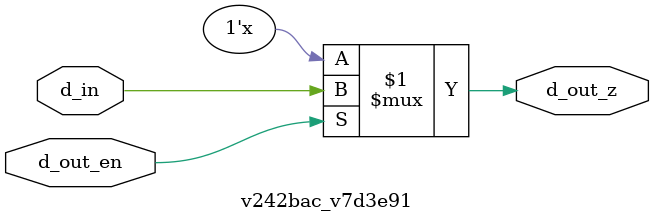
<source format=v>

`default_nettype none

module main (
 input v656efd,
 input v0a90cf,
 input v18f26f,
 input vff1459,
 input v53b257,
 input [7:0] v97fef0,
 input v625bd7,
 input v198630,
 output [5:0] v096ab9,
 output vcd2b88,
 output v9246f1,
 output vf70424,
 output v938565,
 output vc704f5,
 output va5c337,
 output [3:0] v696753,
 output v3a4a1f,
 output [3:0] v5c2da3,
 output [3:0] vc3486c,
 output v470815
);
 wire w0;
 wire w1;
 wire w2;
 wire [0:11] w3;
 wire w4;
 wire w5;
 wire w6;
 wire w7;
 wire w8;
 wire w9;
 wire w10;
 wire [0:5] w11;
 wire w12;
 wire w13;
 wire w14;
 wire w15;
 wire w16;
 wire w17;
 wire w18;
 wire [0:11] w19;
 wire w20;
 wire w21;
 wire [0:11] w22;
 wire w23;
 wire [0:11] w24;
 wire w25;
 wire w26;
 wire w27;
 wire w28;
 wire w29;
 wire w30;
 wire w31;
 wire [0:16] w32;
 wire [0:2] w33;
 wire [0:16] w34;
 wire [0:16] w35;
 wire [0:16] w36;
 wire w37;
 wire [0:7] w38;
 wire [0:3] w39;
 wire [0:3] w40;
 wire [0:3] w41;
 wire w42;
 wire w43;
 wire w44;
 wire w45;
 assign w4 = v656efd;
 assign w5 = v0a90cf;
 assign vcd2b88 = w6;
 assign v938565 = w7;
 assign vc704f5 = w8;
 assign v3a4a1f = w9;
 assign w10 = v18f26f;
 assign v096ab9 = w11;
 assign w12 = v18f26f;
 assign va5c337 = w14;
 assign v9246f1 = w15;
 assign w16 = vff1459;
 assign w17 = v53b257;
 assign w21 = v18f26f;
 assign w26 = v18f26f;
 assign w27 = v198630;
 assign w37 = v625bd7;
 assign w38 = v97fef0;
 assign v696753 = w39;
 assign v5c2da3 = w40;
 assign vc3486c = w41;
 assign v470815 = w42;
 assign vf70424 = w43;
 assign w1 = w0;
 assign w12 = w10;
 assign w13 = w0;
 assign w13 = w1;
 assign w18 = w0;
 assign w18 = w1;
 assign w18 = w13;
 assign w20 = w0;
 assign w20 = w1;
 assign w20 = w13;
 assign w20 = w18;
 assign w21 = w10;
 assign w21 = w12;
 assign w25 = w0;
 assign w25 = w1;
 assign w25 = w13;
 assign w25 = w18;
 assign w25 = w20;
 assign w26 = w10;
 assign w26 = w12;
 assign w26 = w21;
 assign w30 = w28;
 assign w31 = w29;
 vb950e8 vf5324c (
  .v499c2a(w1),
  .v1d0cfa(w2),
  .v55be3f(w3),
  .v53aa18(w22),
  .v190af1(w32),
  .vd522aa(w34)
 );
 vb0f50e v9d6c24 (
  .v502ac2(w0),
  .v4ed35a(w2),
  .vf4e7d4(w3),
  .vde95c3(w5),
  .vce1a13(w6),
  .v2de6ff(w7),
  .vcf5c71(w8),
  .v12de31(w9),
  .vefc03a(w10),
  .ve4f815(w11),
  .v09dbd4(w16),
  .vb30c03(w17),
  .vdd2c1a(w28),
  .vea0d18(w29),
  .vff3e4e(w32),
  .vea74f7(w38),
  .v87ce88(w42),
  .vea7dae(w44),
  .v342f42(w45)
 );
 v73da77 va05532 (
  .v73ce71(w0),
  .v262286(w4)
 );
 vf65fac ve64290 (
  .v8d925d(w12),
  .v025353(w13),
  .v4006d4(w14),
  .v06036e(w15),
  .ve81328(w19),
  .v675058(w30),
  .v220422(w31),
  .vf5a7d7(w33),
  .v6661ca(w36),
  .v56f3c4(w39),
  .v6f66ae(w40),
  .vefb3e5(w41)
 );
 vb950e8 v79777f (
  .v499c2a(w18),
  .v53aa18(w19),
  .v1d0cfa(w23),
  .v55be3f(w24),
  .v190af1(w35),
  .vd522aa(w36)
 );
 v728cc4 vc7cd83 (
  .vd8b32e(w20),
  .vd6d39e(w21),
  .v693ffc(w22),
  .vfb9b9d(w23),
  .v8cca3e(w24),
  .v0001b3(w33),
  .ve65a98(w34),
  .v0a37a5(w35),
  .v34bbf1(w37)
 );
 vb72de6 v4a6174 (
  .v849f88(w25),
  .vb46586(w26),
  .vdda3a7(w27),
  .v2ff3f8(w28),
  .v4a8180(w29)
 );
 v242bac vaec343 (
  .v9ad371(w43),
  .v1c67bd(w44),
  .vc02291(w45)
 );
endmodule

/*-------------------------------------------------*/
/*-- ov7670_rgb_yuv  */
/*-- - - - - - - - - - - - - - - - - - - - - - - --*/
/*-- Configures ov7670 in either RGB444 or YUV and shows it
/*-------------------------------------------------*/
//---- Top entity
module vb950e8 (
 input v499c2a,
 input v1d0cfa,
 input [16:0] v190af1,
 input [11:0] v55be3f,
 input [16:0] vd522aa,
 output [11:0] v53aa18
);
 wire w0;
 wire w1;
 wire [0:11] w2;
 wire [0:11] w3;
 wire [0:16] w4;
 wire [0:16] w5;
 assign w0 = v499c2a;
 assign w1 = v1d0cfa;
 assign w2 = v55be3f;
 assign v53aa18 = w3;
 assign w4 = v190af1;
 assign w5 = vd522aa;
 vb950e8_v401844 v401844 (
  .clk(w0),
  .wea(w1),
  .dina(w2),
  .doutb(w3),
  .addra(w4),
  .addrb(w5)
 );
endmodule

/*-------------------------------------------------*/
/*-- framebuf_320x240_12b  */
/*-- - - - - - - - - - - - - - - - - - - - - - - --*/
/*-- memory for 320x240 image, double port, one for writting and the other for reading. 12-bit word length
/*-------------------------------------------------*/

module vb950e8_v401844 (
 input clk,
 input wea,
 input [16:0] addra,
 input [11:0] dina,
 input [16:0] addrb,
 output [11:0] doutb
);
   parameter c_img_cols = 320; // # cols
   parameter c_img_rows = 240; // # rows
   parameter c_img_pxls = c_img_cols * c_img_rows; //76800=320x240
   parameter c_nb_img_pxls =  17;  //320*240=76,800 -> 2^17
   
   parameter c_nb_buf = 12; //4 bits for each color
   
   reg doutb;
   reg  [c_nb_buf-1:0] ram[c_img_pxls-1:0];
 
   always @ (posedge clk)
   begin
     if (wea)
       ram[addra] <= dina;
     doutb <= ram[addrb];
   end
endmodule
//---- Top entity
module vb0f50e (
 input vefc03a,
 input v502ac2,
 input vea0d18,
 input vde95c3,
 input v09dbd4,
 input vb30c03,
 input [7:0] vea74f7,
 input vdd2c1a,
 output [5:0] ve4f815,
 output vce1a13,
 output v2de6ff,
 output v342f42,
 output vea7dae,
 output vcf5c71,
 output v12de31,
 output v87ce88,
 output [16:0] vff3e4e,
 output [11:0] vf4e7d4,
 output v4ed35a
);
 wire w0;
 wire w1;
 wire w2;
 wire w3;
 wire w4;
 wire w5;
 wire w6;
 wire [0:7] w7;
 wire [0:5] w8;
 wire w9;
 wire w10;
 wire w11;
 wire w12;
 wire w13;
 wire w14;
 wire w15;
 wire [0:11] w16;
 wire w17;
 wire w18;
 wire w19;
 wire w20;
 wire [0:16] w21;
 assign w0 = vefc03a;
 assign w1 = vefc03a;
 assign w2 = v502ac2;
 assign w3 = v502ac2;
 assign w4 = vde95c3;
 assign w5 = v09dbd4;
 assign w6 = vb30c03;
 assign w7 = vea74f7;
 assign ve4f815 = w8;
 assign vce1a13 = w9;
 assign v2de6ff = w10;
 assign vea7dae = w11;
 assign v342f42 = w12;
 assign v12de31 = w13;
 assign vcf5c71 = w14;
 assign v87ce88 = w15;
 assign vf4e7d4 = w16;
 assign v4ed35a = w17;
 assign w18 = vdd2c1a;
 assign w19 = vdd2c1a;
 assign w20 = vea0d18;
 assign vff3e4e = w21;
 assign w1 = w0;
 assign w3 = w2;
 assign w19 = w18;
 v9d9474 vce20e9 (
  .vd10bac(w1),
  .v3faf09(w3),
  .v8d9eb3(w4),
  .v18268a(w5),
  .v072d3f(w6),
  .v1563c0(w7),
  .vc1f5b2(w16),
  .v923bc7(w17),
  .v18a31e(w18),
  .vdf9aaf(w21)
 );
 v3d210b vde3cfc (
  .v12f7ed(w0),
  .v6f7526(w2),
  .v029b2d(w8),
  .ve4a930(w9),
  .vd17b4b(w10),
  .v1997c6(w11),
  .v6e82fd(w12),
  .v8d7210(w13),
  .v5887ce(w14),
  .v8aa3fe(w15),
  .vac4735(w19),
  .v0ca2e6(w20)
 );
endmodule

/*-------------------------------------------------*/
/*-- ov7670_interface  */
/*-- - - - - - - - - - - - - - - - - - - - - - - --*/
/*-- ov7670 camera interface. Configures camera and captures pixels
/*-------------------------------------------------*/
//---- Top entity
module v9d9474 (
 input vd10bac,
 input v3faf09,
 input v8d9eb3,
 input v18268a,
 input v072d3f,
 input [7:0] v1563c0,
 input v18a31e,
 output [16:0] vdf9aaf,
 output [11:0] vc1f5b2,
 output v923bc7
);
 wire w0;
 wire w1;
 wire w2;
 wire w3;
 wire [0:7] w4;
 wire [0:11] w5;
 wire w6;
 wire w7;
 wire [0:16] w8;
 wire w9;
 assign w0 = vd10bac;
 assign w1 = v8d9eb3;
 assign w2 = v18268a;
 assign w3 = v072d3f;
 assign w4 = v1563c0;
 assign vc1f5b2 = w5;
 assign v923bc7 = w6;
 assign w7 = v18a31e;
 assign vdf9aaf = w8;
 assign w9 = v3faf09;
 v9d9474_v556213 v556213 (
  .rst(w0),
  .ov7670_pclk(w1),
  .ov7670_vsync(w2),
  .ov7670_href(w3),
  .ov7670_d(w4),
  .capture_data(w5),
  .capture_we(w6),
  .rgbmode(w7),
  .capture_addr(w8),
  .clk50mhz(w9)
 );
endmodule

/*-------------------------------------------------*/
/*-- ov7670_capture  */
/*-- - - - - - - - - - - - - - - - - - - - - - - --*/
/*-- Capture for the ov7670 camera
/*-------------------------------------------------*/

module v9d9474_v556213 (
 input rst,
 input clk50mhz,
 input ov7670_pclk,
 input ov7670_vsync,
 input ov7670_href,
 input [7:0] ov7670_d,
 input rgbmode,
 output [16:0] capture_addr,
 output [11:0] capture_data,
 output capture_we
);
 // @include ov7670_capture.v
 
 wire    swap_r_b;
 assign  swap_r_b = 1'b1;
 
   ov7670_capture lnk2vrlg 
   (
      .rst          (rst),
      .clk          (clk50mhz),
      .pclk         (ov7670_pclk),
      .vsync        (ov7670_vsync),
      .href         (ov7670_href),
      .rgbmode      (rgbmode),
      .swap_r_b     (swap_r_b),
      .data         (ov7670_d),
      .addr         (capture_addr),
      .dout         (capture_data),
      .we           (capture_we)
   );
   
endmodule
//---- Top entity
module v3d210b (
 input v12f7ed,
 input v6f7526,
 input vac4735,
 input v0ca2e6,
 output [5:0] v029b2d,
 output ve4a930,
 output vd17b4b,
 output v6e82fd,
 output v1997c6,
 output v5887ce,
 output v8d7210,
 output v8aa3fe
);
 wire w0;
 wire w1;
 wire [0:5] w2;
 wire w3;
 wire w4;
 wire w5;
 wire w6;
 wire w7;
 wire w8;
 wire w9;
 wire w10;
 wire w11;
 wire w12;
 assign w0 = v12f7ed;
 assign v029b2d = w2;
 assign v6e82fd = w3;
 assign v1997c6 = w4;
 assign v5887ce = w5;
 assign v8aa3fe = w6;
 assign vd17b4b = w7;
 assign ve4a930 = w8;
 assign v8d7210 = w9;
 assign w10 = vac4735;
 assign w11 = v0ca2e6;
 assign w12 = v6f7526;
 vc4dd08 ve02061 (
  .v608bd9(w1)
 );
 v3d210b_v7c12e2 v7c12e2 (
  .rst(w0),
  .resend(w1),
  .cnt_reg_test(w2),
  .sdat_on(w3),
  .sdat_out(w4),
  .ov7670_rst_n(w5),
  .ov7670_pwdn(w6),
  .ov7670_sioc(w7),
  .ov7670_cfgdone(w8),
  .ov7670_xclk(w9),
  .rgbmode(w10),
  .testmode(w11),
  .clk50mhz(w12)
 );
endmodule

/*-------------------------------------------------*/
/*-- ov7670_ctrl  */
/*-- - - - - - - - - - - - - - - - - - - - - - - --*/
/*-- configures ov7670 camera
/*-------------------------------------------------*/

module v3d210b_v7c12e2 (
 input rst,
 input clk50mhz,
 input resend,
 input rgbmode,
 input testmode,
 output [5:0] cnt_reg_test,
 output ov7670_cfgdone,
 output ov7670_sioc,
 output sdat_on,
 output sdat_out,
 output ov7670_rst_n,
 output ov7670_xclk,
 output ov7670_pwdn
);
   // @include ov7670_top_ctrl.v
   // @include ov7670_ctrl_reg.v
   // @include sccb_master.v
   
   ov7670_top_ctrl lnk2vrlg 
   (
      .rst          (rst),
      .clk          (clk50mhz),
      .resend       (resend),
      .rgbmode      (rgbmode),
      .testmode     (testmode),     
      .cnt_reg_test (cnt_reg_test[5:0]),
      .done         (ov7670_cfgdone),
      .sclk         (ov7670_sioc),
      .sdat_on      (sdat_on),
      .sdat_out     (sdat_out),
      .ov7670_rst_n (ov7670_rst_n),
      .ov7670_clk   (ov7670_xclk),
      .ov7670_pwdn  (ov7670_pwdn)
   );
endmodule
//---- Top entity
module vc4dd08 (
 output v608bd9
);
 wire w0;
 assign v608bd9 = w0;
 vc4dd08_v68c173 v68c173 (
  .v(w0)
 );
endmodule

/*-------------------------------------------------*/
/*-- Bit 0  */
/*-- - - - - - - - - - - - - - - - - - - - - - - --*/
/*-- Assign 0 to the output wire
/*-------------------------------------------------*/

module vc4dd08_v68c173 (
 output v
);
 // Bit 0
 
 assign v = 1'b0;
endmodule
//---- Top entity
module v73da77 (
 input v262286,
 output v73ce71
);
 wire w0;
 wire w1;
 assign w0 = v262286;
 assign v73ce71 = w1;
 v73da77_vf38b30 vf38b30 (
  .clk_brd(w0),
  .clk50mhz(w1)
 );
endmodule

/*-------------------------------------------------*/
/*-- 25MHz to 50MHz  */
/*-- - - - - - - - - - - - - - - - - - - - - - - --*/
/*-- PLL converts the 25MHz clock to 50MHz
/*-------------------------------------------------*/

module v73da77_vf38b30 (
 input clk_brd,
 output clk50mhz
);
 // @include pll_25to50mhz.v
   // 50 MHz clock
   
    pll pll_vrlg
    (
      .clkin(clk_brd),
      .clkout0(clk50mhz)
    );
endmodule
//---- Top entity
module vf65fac (
 input v8d925d,
 input v025353,
 input [11:0] ve81328,
 input v675058,
 input v220422,
 input [2:0] vf5a7d7,
 output [16:0] v6661ca,
 output v06036e,
 output v4006d4,
 output [3:0] v56f3c4,
 output [3:0] v6f66ae,
 output [3:0] vefb3e5
);
 wire w0;
 wire w1;
 wire w2;
 wire w3;
 wire w4;
 wire w5;
 wire [0:9] w6;
 wire [0:9] w7;
 wire w8;
 wire w9;
 wire [0:11] w10;
 wire [0:3] w11;
 wire [0:3] w12;
 wire [0:3] w13;
 wire w14;
 wire w15;
 wire [0:2] w16;
 wire w17;
 wire w18;
 wire [0:16] w19;
 assign w0 = v8d925d;
 assign w1 = v8d925d;
 assign w8 = v025353;
 assign w9 = v025353;
 assign w10 = ve81328;
 assign v56f3c4 = w11;
 assign v6f66ae = w12;
 assign vefb3e5 = w13;
 assign w14 = v675058;
 assign w15 = v220422;
 assign w16 = vf5a7d7;
 assign v06036e = w17;
 assign v4006d4 = w18;
 assign v6661ca = w19;
 assign w1 = w0;
 assign w9 = w8;
 v8635c8 v95fc84 (
  .vfdd2de(w0),
  .vd8985e(w2),
  .v603d30(w3),
  .vd5feb3(w4),
  .v485520(w5),
  .v4b793c(w6),
  .vc98ac8(w7),
  .vf39542(w9)
 );
 ve98f0e vf8f032 (
  .v94fa0b(w1),
  .v81949b(w2),
  .vc09fd8(w3),
  .v4c9124(w4),
  .v23fa0e(w5),
  .vb46d26(w6),
  .vc6c17f(w7),
  .v22cead(w8),
  .v797938(w10),
  .vac7b6e(w11),
  .vc12384(w12),
  .v329586(w13),
  .v784c55(w14),
  .veb370a(w15),
  .v44b91f(w16),
  .vb80cdb(w17),
  .ve286eb(w18),
  .v31e712(w19)
 );
endmodule

/*-------------------------------------------------*/
/*-- top_vga_display_buffer  */
/*-- - - - - - - - - - - - - - - - - - - - - - - --*/
/*-- Shows the content of a memory (buffer) on a VGA. Just 80x60. 100MHz clock, includes synch
/*-------------------------------------------------*/
//---- Top entity
module v8635c8 (
 input vfdd2de,
 input vf39542,
 output vd8985e,
 output v603d30,
 output vd5feb3,
 output v485520,
 output [9:0] v4b793c,
 output [9:0] vc98ac8
);
 wire w0;
 wire w1;
 wire w2;
 wire [0:9] w3;
 wire [0:9] w4;
 wire w5;
 wire w6;
 wire w7;
 assign w0 = vfdd2de;
 assign vd8985e = w1;
 assign v603d30 = w2;
 assign v4b793c = w3;
 assign vc98ac8 = w4;
 assign w5 = vf39542;
 assign vd5feb3 = w6;
 assign v485520 = w7;
 v8635c8_v1233d9 v1233d9 (
  .rst(w0),
  .vga_visible(w1),
  .vga_new_pxl(w2),
  .vga_col(w3),
  .vga_row(w4),
  .clk50mhz(w5),
  .vga_hsync_wr(w6),
  .vga_vsync_wr(w7)
 );
endmodule

/*-------------------------------------------------*/
/*-- vga_sync  */
/*-- - - - - - - - - - - - - - - - - - - - - - - --*/
/*-- VGA synch 640x480 input clock 100MHz
/*-------------------------------------------------*/

module v8635c8_v1233d9 (
 input rst,
 input clk50mhz,
 output vga_visible,
 output vga_new_pxl,
 output vga_hsync_wr,
 output vga_vsync_wr,
 output [9:0] vga_col,
 output [9:0] vga_row
);
    // @include vga_sync.v
    
    vga_sync link_vrlg
    (
      .rst     (rst),
      .clk     (clk50mhz),
      .visible (vga_visible),
      .new_pxl (vga_new_pxl),
      .hsync   (vga_hsync_wr),
      .vsync   (vga_vsync_wr),
      .col     (vga_col),
      .row     (vga_row)
   );
endmodule
//---- Top entity
module ve98f0e #(
 parameter vd1ec83 = 320,
 parameter v56bbae = 240
) (
 input v94fa0b,
 input v22cead,
 input v81949b,
 input vc09fd8,
 input v4c9124,
 input v23fa0e,
 input [9:0] vb46d26,
 input [9:0] vc6c17f,
 input [11:0] v797938,
 input v784c55,
 input veb370a,
 input [2:0] v44b91f,
 output [16:0] v31e712,
 output vb80cdb,
 output ve286eb,
 output [3:0] vac7b6e,
 output [3:0] vc12384,
 output [3:0] v329586
);
 localparam p0 = vd1ec83;
 localparam p1 = v56bbae;
 wire w2;
 wire w3;
 wire w4;
 wire [0:9] w5;
 wire [0:9] w6;
 wire [0:11] w7;
 wire [0:3] w8;
 wire [0:3] w9;
 wire [0:3] w10;
 wire w11;
 wire w12;
 wire [0:2] w13;
 wire w14;
 wire w15;
 wire w16;
 wire w17;
 wire w18;
 wire [0:16] w19;
 assign w2 = v94fa0b;
 assign w3 = v81949b;
 assign w4 = vc09fd8;
 assign w5 = vb46d26;
 assign w6 = vc6c17f;
 assign w7 = v797938;
 assign vac7b6e = w8;
 assign vc12384 = w9;
 assign v329586 = w10;
 assign w11 = v784c55;
 assign w12 = veb370a;
 assign w13 = v44b91f;
 assign w14 = v22cead;
 assign w15 = v4c9124;
 assign w16 = v23fa0e;
 assign vb80cdb = w17;
 assign ve286eb = w18;
 assign v31e712 = w19;
 ve98f0e_v43e9e3 #(
  .c_img_cols(p0),
  .c_img_rows(p1)
 ) v43e9e3 (
  .rst(w2),
  .vga_visible(w3),
  .vga_new_pxl(w4),
  .vga_col(w5),
  .vga_row(w6),
  .frame_pixel(w7),
  .vga_red(w8),
  .vga_green(w9),
  .vga_blue(w10),
  .rgbmode(w11),
  .testmode(w12),
  .rgbfilter(w13),
  .clk50mhz(w14),
  .hsync_wr(w15),
  .vsync_wr(w16),
  .hsync_out(w17),
  .vsync_out(w18),
  .frame_addr(w19)
 );
endmodule

/*-------------------------------------------------*/
/*-- vga_display_buf  */
/*-- - - - - - - - - - - - - - - - - - - - - - - --*/
/*-- shows in a VGA the content of a memory (buffer). synch not included
/*-------------------------------------------------*/

module ve98f0e_v43e9e3 #(
 parameter c_img_cols = 0,
 parameter c_img_rows = 0
) (
 input rst,
 input clk50mhz,
 input vga_visible,
 input vga_new_pxl,
 input hsync_wr,
 input vsync_wr,
 input [9:0] vga_col,
 input [9:0] vga_row,
 input [11:0] frame_pixel,
 input rgbmode,
 input testmode,
 input [2:0] rgbfilter,
 output [16:0] frame_addr,
 output hsync_out,
 output vsync_out,
 output [3:0] vga_red,
 output [3:0] vga_green,
 output [3:0] vga_blue
);
   // @include vga_display.v
   
   vga_display link2vrlg 
   (
      .rst        (rst),
      .clk        (clk50mhz),
      .visible    (vga_visible),
      .new_pxl    (vga_new_pxl),
      .hsync      (hsync_wr),
      .vsync      (vsync_wr),
      .rgbmode    (rgbmode),
      .testmode   (testmode),
      .rgbfilter  (rgbfilter),
      .col        (vga_col),
      .row        (vga_row),
      .frame_pixel(frame_pixel),
      .frame_addr (frame_addr),
      .hsync_out  (hsync_out),
      .vsync_out  (vsync_out),
      .vga_red    (vga_red),
      .vga_green  (vga_green),
      .vga_blue   (vga_blue)
   );
endmodule
//---- Top entity
module v728cc4 (
 input vd6d39e,
 input vd8b32e,
 input v34bbf1,
 input [11:0] v693ffc,
 output vfb9b9d,
 output [16:0] v0a37a5,
 output [11:0] v8cca3e,
 output [16:0] ve65a98,
 output [2:0] v0001b3
);
 wire w0;
 wire w1;
 wire w2;
 wire [0:11] w3;
 wire w4;
 wire [0:11] w5;
 wire [0:2] w6;
 wire [0:16] w7;
 wire [0:16] w8;
 assign w0 = vd6d39e;
 assign w1 = vd8b32e;
 assign w2 = v34bbf1;
 assign w3 = v693ffc;
 assign vfb9b9d = w4;
 assign v8cca3e = w5;
 assign v0001b3 = w6;
 assign v0a37a5 = w7;
 assign ve65a98 = w8;
 v728cc4_ve7c06b ve7c06b (
  .rst(w0),
  .clk(w1),
  .proc_ctrl(w2),
  .orig_img_pxl(w3),
  .proc_we(w4),
  .proc_img_pxl(w5),
  .rgbfilter(w6),
  .proc_img_addr(w7),
  .orig_img_addr(w8)
 );
endmodule

/*-------------------------------------------------*/
/*-- color_proc  */
/*-- - - - - - - - - - - - - - - - - - - - - - - --*/
/*-- Applies different color filters to the original image and saves in another memory
/*-------------------------------------------------*/

module v728cc4_ve7c06b (
 input rst,
 input clk,
 input proc_ctrl,
 input [11:0] orig_img_pxl,
 output proc_we,
 output [16:0] proc_img_addr,
 output [11:0] proc_img_pxl,
 output [16:0] orig_img_addr,
 output [2:0] rgbfilter
);
 // @include color_proc.v 
 
     color_proc lnk2vrlg
   (
      .rst        (rst),
      .clk        (clk),
      .proc_ctrl  (proc_ctrl),//pushbutton
      .rgbfilter  (rgbfilter),
      // from original image frame buffer
      .orig_addr  (orig_img_addr),
      .orig_pxl   (orig_img_pxl),
      // to processed image frame buffer
      .proc_we        (proc_we),
      .proc_addr  (proc_img_addr),
      .proc_pxl   (proc_img_pxl)
   );
endmodule
//---- Top entity
module vb72de6 (
 input vb46586,
 input v849f88,
 input vdda3a7,
 output v2ff3f8,
 output v4a8180
);
 wire w0;
 wire w1;
 wire w2;
 wire w3;
 wire w4;
 assign w0 = vb46586;
 assign w1 = v849f88;
 assign w2 = vdda3a7;
 assign v2ff3f8 = w3;
 assign v4a8180 = w4;
 vb72de6_va0c74b va0c74b (
  .rst(w0),
  .clk(w1),
  .sig_in(w2),
  .rgbmode(w3),
  .testmode(w4)
 );
endmodule

/*-------------------------------------------------*/
/*--   */
/*-- - - - - - - - - - - - - - - - - - - - - - - --*/
/*-- 
/*-------------------------------------------------*/

module vb72de6_va0c74b (
 input rst,
 input clk,
 input sig_in,
 output rgbmode,
 output testmode
);
  // @include mode_sel.v
  
     mode_sel lnk2vrlg 
     (
       .rst     (rst),
       .clk     (clk),
       .sig_in  (sig_in),
       .rgbmode (rgbmode),
       .testmode(testmode)
     );
endmodule
//---- Top entity
module v242bac (
 input v1c67bd,
 input vc02291,
 output v9ad371
);
 wire w0;
 wire w1;
 wire w2;
 assign w0 = v1c67bd;
 assign w1 = vc02291;
 assign v9ad371 = w2;
 v242bac_v7d3e91 v7d3e91 (
  .d_in(w0),
  .d_out_en(w1),
  .d_out_z(w2)
 );
endmodule

/*-------------------------------------------------*/
/*-- tristate_o  */
/*-- - - - - - - - - - - - - - - - - - - - - - - --*/
/*-- trisate 
/*-------------------------------------------------*/

module v242bac_v7d3e91 (
 input d_in,
 input d_out_en,
 output d_out_z
);
 
 assign d_out_z = d_out_en ? d_in : 1'bz;
endmodule

</source>
